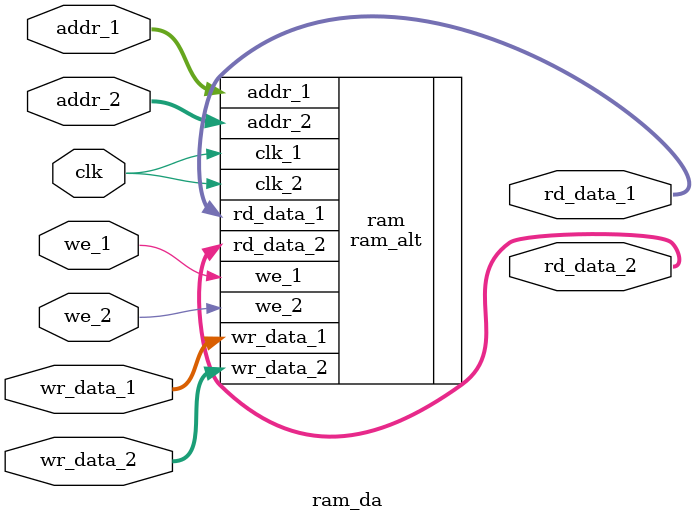
<source format=v>


// If both ports write to the same address in the same cycle, the results are not defined.

module ram_da
  (
  clk,

  addr_1,
  wr_data_1,
  rd_data_1,
  we_1,

  addr_2,
  wr_data_2,
  rd_data_2,
  we_2
  );

parameter DATAWIDTH = 9;
parameter ADDRWIDTH = 9;

input clk;

input [ADDRWIDTH-1:0] addr_1;
input [DATAWIDTH-1:0] wr_data_1;
output [DATAWIDTH-1:0] rd_data_1;
input we_1;

input [ADDRWIDTH-1:0] addr_2;
input [DATAWIDTH-1:0] wr_data_2;
output [DATAWIDTH-1:0] rd_data_2;
input we_2;

ram_alt #(.DATAWIDTH_1 (DATAWIDTH), 
          .DATAWIDTH_2 (DATAWIDTH),
          .ADDRWIDTH_1 (ADDRWIDTH),
          .ADDRWIDTH_2 (ADDRWIDTH)) ram
  (
  .clk_1 (clk),
  .addr_1 (addr_1),
  .wr_data_1 (wr_data_1),
  .rd_data_1 (rd_data_1),
  .we_1 (we_1),
  .clk_2 (clk),
  .addr_2 (addr_2),
  .wr_data_2 (wr_data_2),
  .rd_data_2 (rd_data_2),
  .we_2 (we_2)
  );

`ifdef junk
// quartus is having trouble with this

reg [DATAWIDTH-1:0] rd_data_1;
reg [DATAWIDTH-1:0] rd_data_2;

reg [DATAWIDTH-1:0] ram[((1 << ADDRWIDTH) - 1) : 0];

always @(posedge clk)
  if (we_1)
    begin
      ram[addr_1] <= wr_data_1;
      rd_data_1 <= wr_data_1;
    end
  else
    rd_data_1 <= ram[addr_1];

always @(posedge clk)
  if (we_2)
    begin
      ram[addr_2] <= wr_data_2;
      rd_data_2 <= wr_data_2;
    end
  else
    rd_data_2 <= ram[addr_2];
`endif

endmodule

</source>
